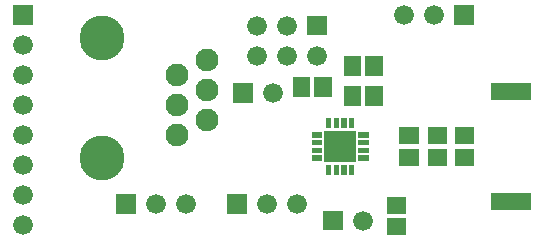
<source format=gbr>
G04 start of page 6 for group -4063 idx -4063 *
G04 Title: (unknown), componentmask *
G04 Creator: pcb 20110918 *
G04 CreationDate: Sun 25 Aug 2013 09:48:42 PM GMT UTC *
G04 For: ndholmes *
G04 Format: Gerber/RS-274X *
G04 PCB-Dimensions: 180000 82000 *
G04 PCB-Coordinate-Origin: lower left *
%MOIN*%
%FSLAX25Y25*%
%LNTOPMASK*%
%ADD48R,0.0176X0.0176*%
%ADD47R,0.0570X0.0570*%
%ADD46R,0.0572X0.0572*%
%ADD45C,0.1500*%
%ADD44C,0.0660*%
%ADD43C,0.0001*%
%ADD42C,0.0760*%
G54D42*X68000Y61000D03*
X58000Y56000D03*
Y46000D03*
Y36000D03*
X68000Y51000D03*
Y41000D03*
G54D43*G36*
X76700Y53300D02*Y46700D01*
X83300D01*
Y53300D01*
X76700D01*
G37*
G54D44*X90000Y50000D03*
G54D43*G36*
X101200Y75800D02*Y69200D01*
X107800D01*
Y75800D01*
X101200D01*
G37*
G54D44*X94500Y72500D03*
X84500D03*
X104500Y62500D03*
X94500D03*
X84500D03*
G54D43*G36*
X150200Y79300D02*Y72700D01*
X156800D01*
Y79300D01*
X150200D01*
G37*
G54D44*X143500Y76000D03*
X133500D03*
X6500Y46000D03*
Y36000D03*
Y26000D03*
Y16000D03*
G54D45*X33000Y28500D03*
G54D43*G36*
X3200Y79300D02*Y72700D01*
X9800D01*
Y79300D01*
X3200D01*
G37*
G54D44*X6500Y66000D03*
Y56000D03*
G54D45*X33000Y68500D03*
G54D44*X6500Y6000D03*
G54D43*G36*
X37700Y16300D02*Y9700D01*
X44300D01*
Y16300D01*
X37700D01*
G37*
G54D44*X51000Y13000D03*
X61000D03*
G54D43*G36*
X74700Y16300D02*Y9700D01*
X81300D01*
Y16300D01*
X74700D01*
G37*
G54D44*X88000Y13000D03*
X98000D03*
G54D43*G36*
X106700Y10800D02*Y4200D01*
X113300D01*
Y10800D01*
X106700D01*
G37*
G54D44*X120000Y7500D03*
G54D46*X134857Y35705D02*X135643D01*
X134857Y28619D02*X135643D01*
X144357Y35705D02*X145143D01*
X144357Y28619D02*X145143D01*
X153357Y35705D02*X154143D01*
X153357Y28619D02*X154143D01*
G54D47*X165500Y50462D02*X173000D01*
X165500Y13862D02*X173000D01*
G54D46*X130607Y5457D02*X131393D01*
X130607Y12543D02*X131393D01*
G54D48*X119150Y28324D02*X120850D01*
X119150Y30883D02*X120850D01*
X119150Y33441D02*X120850D01*
X119150Y36000D02*X120850D01*
X116088Y40762D02*Y39062D01*
Y25262D02*Y23562D01*
G54D46*X123543Y59393D02*Y58607D01*
X116457Y59393D02*Y58607D01*
X123543Y49393D02*Y48607D01*
X116457Y49393D02*Y48607D01*
G54D48*X113529Y40762D02*Y39062D01*
X110971Y40762D02*Y39062D01*
G54D46*X106543Y52393D02*Y51607D01*
X99457Y52393D02*Y51607D01*
G54D48*X108412Y40762D02*Y39062D01*
Y25262D02*Y23562D01*
X110971Y25262D02*Y23562D01*
X113529Y25262D02*Y23562D01*
G54D43*G36*
X106950Y37462D02*Y26862D01*
X117550D01*
Y37462D01*
X106950D01*
G37*
G54D48*X103650Y36000D02*X105350D01*
X103650Y33441D02*X105350D01*
X103650Y30883D02*X105350D01*
X103650Y28324D02*X105350D01*
M02*

</source>
